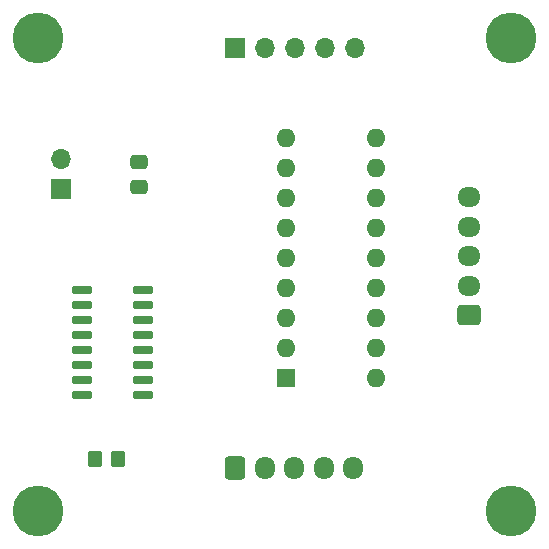
<source format=gbr>
%TF.GenerationSoftware,KiCad,Pcbnew,6.0.11+dfsg-1*%
%TF.CreationDate,2023-12-17T01:08:28-05:00*%
%TF.ProjectId,28byj_controller,32386279-6a5f-4636-9f6e-74726f6c6c65,rev?*%
%TF.SameCoordinates,Original*%
%TF.FileFunction,Soldermask,Bot*%
%TF.FilePolarity,Negative*%
%FSLAX46Y46*%
G04 Gerber Fmt 4.6, Leading zero omitted, Abs format (unit mm)*
G04 Created by KiCad (PCBNEW 6.0.11+dfsg-1) date 2023-12-17 01:08:28*
%MOMM*%
%LPD*%
G01*
G04 APERTURE LIST*
G04 Aperture macros list*
%AMRoundRect*
0 Rectangle with rounded corners*
0 $1 Rounding radius*
0 $2 $3 $4 $5 $6 $7 $8 $9 X,Y pos of 4 corners*
0 Add a 4 corners polygon primitive as box body*
4,1,4,$2,$3,$4,$5,$6,$7,$8,$9,$2,$3,0*
0 Add four circle primitives for the rounded corners*
1,1,$1+$1,$2,$3*
1,1,$1+$1,$4,$5*
1,1,$1+$1,$6,$7*
1,1,$1+$1,$8,$9*
0 Add four rect primitives between the rounded corners*
20,1,$1+$1,$2,$3,$4,$5,0*
20,1,$1+$1,$4,$5,$6,$7,0*
20,1,$1+$1,$6,$7,$8,$9,0*
20,1,$1+$1,$8,$9,$2,$3,0*%
G04 Aperture macros list end*
%ADD10R,1.700000X1.700000*%
%ADD11O,1.700000X1.700000*%
%ADD12RoundRect,0.250000X0.725000X-0.600000X0.725000X0.600000X-0.725000X0.600000X-0.725000X-0.600000X0*%
%ADD13O,1.950000X1.700000*%
%ADD14RoundRect,0.250000X-0.600000X-0.725000X0.600000X-0.725000X0.600000X0.725000X-0.600000X0.725000X0*%
%ADD15O,1.700000X1.950000*%
%ADD16C,4.300000*%
%ADD17RoundRect,0.250000X0.475000X-0.337500X0.475000X0.337500X-0.475000X0.337500X-0.475000X-0.337500X0*%
%ADD18RoundRect,0.250000X-0.350000X-0.450000X0.350000X-0.450000X0.350000X0.450000X-0.350000X0.450000X0*%
%ADD19RoundRect,0.150000X0.725000X0.150000X-0.725000X0.150000X-0.725000X-0.150000X0.725000X-0.150000X0*%
%ADD20R,1.600000X1.600000*%
%ADD21O,1.600000X1.600000*%
G04 APERTURE END LIST*
D10*
%TO.C,J1*%
X121666000Y-55880000D03*
D11*
X124206000Y-55880000D03*
X126746000Y-55880000D03*
X129286000Y-55880000D03*
X131826000Y-55880000D03*
%TD*%
D10*
%TO.C,J2*%
X106934000Y-67818000D03*
D11*
X106934000Y-65278000D03*
%TD*%
D12*
%TO.C,M1*%
X141478000Y-78486000D03*
D13*
X141478000Y-75986000D03*
X141478000Y-73486000D03*
X141478000Y-70986000D03*
X141478000Y-68486000D03*
%TD*%
D14*
%TO.C,M2*%
X121666000Y-91440000D03*
D15*
X124166000Y-91440000D03*
X126666000Y-91440000D03*
X129166000Y-91440000D03*
X131666000Y-91440000D03*
%TD*%
D16*
%TO.C,REF\u002A\u002A*%
X105000000Y-55000000D03*
%TD*%
%TO.C,REF\u002A\u002A*%
X145000000Y-55000000D03*
%TD*%
%TO.C,REF\u002A\u002A*%
X105000000Y-95000000D03*
%TD*%
%TO.C,REF\u002A\u002A*%
X145000000Y-95000000D03*
%TD*%
D17*
%TO.C,C1*%
X113538000Y-67585500D03*
X113538000Y-65510500D03*
%TD*%
D18*
%TO.C,R6*%
X109744000Y-90678000D03*
X111744000Y-90678000D03*
%TD*%
D19*
%TO.C,U1*%
X113827000Y-76327000D03*
X113827000Y-77597000D03*
X113827000Y-78867000D03*
X113827000Y-80137000D03*
X113827000Y-81407000D03*
X113827000Y-82677000D03*
X113827000Y-83947000D03*
X113827000Y-85217000D03*
X108677000Y-85217000D03*
X108677000Y-83947000D03*
X108677000Y-82677000D03*
X108677000Y-81407000D03*
X108677000Y-80137000D03*
X108677000Y-78867000D03*
X108677000Y-77597000D03*
X108677000Y-76327000D03*
%TD*%
D20*
%TO.C,U2*%
X125984000Y-83820000D03*
D21*
X125984000Y-81280000D03*
X125984000Y-78740000D03*
X125984000Y-76200000D03*
X125984000Y-73660000D03*
X125984000Y-71120000D03*
X125984000Y-68580000D03*
X125984000Y-66040000D03*
X125984000Y-63500000D03*
X133604000Y-63500000D03*
X133604000Y-66040000D03*
X133604000Y-68580000D03*
X133604000Y-71120000D03*
X133604000Y-73660000D03*
X133604000Y-76200000D03*
X133604000Y-78740000D03*
X133604000Y-81280000D03*
X133604000Y-83820000D03*
%TD*%
M02*

</source>
